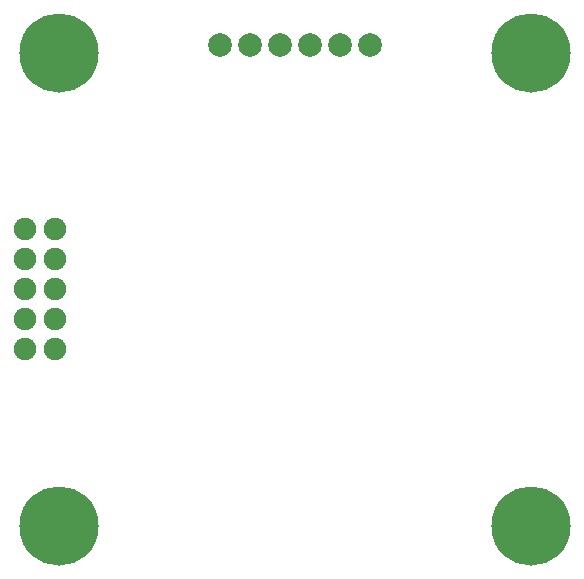
<source format=gbs>
G04*
G04 #@! TF.GenerationSoftware,Altium Limited,Altium Designer,22.3.1 (43)*
G04*
G04 Layer_Color=16711935*
%FSLAX25Y25*%
%MOIN*%
G70*
G04*
G04 #@! TF.SameCoordinates,2454C8F7-4EAD-40B7-BFB8-64AA641CEC59*
G04*
G04*
G04 #@! TF.FilePolarity,Negative*
G04*
G01*
G75*
%ADD49C,0.26391*%
%ADD50C,0.07493*%
%ADD51C,0.07887*%
D49*
X19685Y19685D02*
D03*
X177165Y177165D02*
D03*
Y19685D02*
D03*
X19685Y177165D02*
D03*
D50*
X8500Y88500D02*
D03*
X18500Y78500D02*
D03*
Y88500D02*
D03*
Y118500D02*
D03*
X8500Y108500D02*
D03*
Y98500D02*
D03*
Y78500D02*
D03*
X18500Y108500D02*
D03*
Y98500D02*
D03*
X8500Y118500D02*
D03*
D51*
X123500Y180000D02*
D03*
X83500D02*
D03*
X93500D02*
D03*
X113500D02*
D03*
X73500D02*
D03*
X103500D02*
D03*
M02*

</source>
